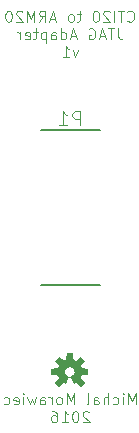
<source format=gbr>
%TF.GenerationSoftware,KiCad,Pcbnew,7.0.7-dirty*%
%TF.CreationDate,2023-09-27T11:30:23-05:00*%
%TF.ProjectId,BBB_JTAG_CTI20_SMT_ARM20_SMT,4242425f-4a54-4414-975f-43544932305f,rev?*%
%TF.SameCoordinates,Original*%
%TF.FileFunction,Legend,Bot*%
%TF.FilePolarity,Positive*%
%FSLAX46Y46*%
G04 Gerber Fmt 4.6, Leading zero omitted, Abs format (unit mm)*
G04 Created by KiCad (PCBNEW 7.0.7-dirty) date 2023-09-27 11:30:23*
%MOMM*%
%LPD*%
G01*
G04 APERTURE LIST*
%ADD10C,0.081280*%
%ADD11C,0.101600*%
%ADD12C,0.127000*%
G04 APERTURE END LIST*
D10*
X153359998Y-89182872D02*
X153404509Y-89227383D01*
X153404509Y-89227383D02*
X153538040Y-89271893D01*
X153538040Y-89271893D02*
X153627061Y-89271893D01*
X153627061Y-89271893D02*
X153760593Y-89227383D01*
X153760593Y-89227383D02*
X153849614Y-89138362D01*
X153849614Y-89138362D02*
X153894124Y-89049341D01*
X153894124Y-89049341D02*
X153938635Y-88871299D01*
X153938635Y-88871299D02*
X153938635Y-88737767D01*
X153938635Y-88737767D02*
X153894124Y-88559725D01*
X153894124Y-88559725D02*
X153849614Y-88470704D01*
X153849614Y-88470704D02*
X153760593Y-88381683D01*
X153760593Y-88381683D02*
X153627061Y-88337173D01*
X153627061Y-88337173D02*
X153538040Y-88337173D01*
X153538040Y-88337173D02*
X153404509Y-88381683D01*
X153404509Y-88381683D02*
X153359998Y-88426194D01*
X153092936Y-88337173D02*
X152558810Y-88337173D01*
X152825873Y-89271893D02*
X152825873Y-88337173D01*
X152247236Y-89271893D02*
X152247236Y-88337173D01*
X151846642Y-88426194D02*
X151802131Y-88381683D01*
X151802131Y-88381683D02*
X151713110Y-88337173D01*
X151713110Y-88337173D02*
X151490558Y-88337173D01*
X151490558Y-88337173D02*
X151401537Y-88381683D01*
X151401537Y-88381683D02*
X151357026Y-88426194D01*
X151357026Y-88426194D02*
X151312516Y-88515215D01*
X151312516Y-88515215D02*
X151312516Y-88604236D01*
X151312516Y-88604236D02*
X151357026Y-88737767D01*
X151357026Y-88737767D02*
X151891152Y-89271893D01*
X151891152Y-89271893D02*
X151312516Y-89271893D01*
X150733879Y-88337173D02*
X150644858Y-88337173D01*
X150644858Y-88337173D02*
X150555837Y-88381683D01*
X150555837Y-88381683D02*
X150511327Y-88426194D01*
X150511327Y-88426194D02*
X150466816Y-88515215D01*
X150466816Y-88515215D02*
X150422306Y-88693257D01*
X150422306Y-88693257D02*
X150422306Y-88915809D01*
X150422306Y-88915809D02*
X150466816Y-89093851D01*
X150466816Y-89093851D02*
X150511327Y-89182872D01*
X150511327Y-89182872D02*
X150555837Y-89227383D01*
X150555837Y-89227383D02*
X150644858Y-89271893D01*
X150644858Y-89271893D02*
X150733879Y-89271893D01*
X150733879Y-89271893D02*
X150822900Y-89227383D01*
X150822900Y-89227383D02*
X150867411Y-89182872D01*
X150867411Y-89182872D02*
X150911921Y-89093851D01*
X150911921Y-89093851D02*
X150956432Y-88915809D01*
X150956432Y-88915809D02*
X150956432Y-88693257D01*
X150956432Y-88693257D02*
X150911921Y-88515215D01*
X150911921Y-88515215D02*
X150867411Y-88426194D01*
X150867411Y-88426194D02*
X150822900Y-88381683D01*
X150822900Y-88381683D02*
X150733879Y-88337173D01*
X149443075Y-88648746D02*
X149086991Y-88648746D01*
X149309543Y-88337173D02*
X149309543Y-89138362D01*
X149309543Y-89138362D02*
X149265033Y-89227383D01*
X149265033Y-89227383D02*
X149176012Y-89271893D01*
X149176012Y-89271893D02*
X149086991Y-89271893D01*
X148641886Y-89271893D02*
X148730907Y-89227383D01*
X148730907Y-89227383D02*
X148775417Y-89182872D01*
X148775417Y-89182872D02*
X148819928Y-89093851D01*
X148819928Y-89093851D02*
X148819928Y-88826788D01*
X148819928Y-88826788D02*
X148775417Y-88737767D01*
X148775417Y-88737767D02*
X148730907Y-88693257D01*
X148730907Y-88693257D02*
X148641886Y-88648746D01*
X148641886Y-88648746D02*
X148508354Y-88648746D01*
X148508354Y-88648746D02*
X148419333Y-88693257D01*
X148419333Y-88693257D02*
X148374823Y-88737767D01*
X148374823Y-88737767D02*
X148330312Y-88826788D01*
X148330312Y-88826788D02*
X148330312Y-89093851D01*
X148330312Y-89093851D02*
X148374823Y-89182872D01*
X148374823Y-89182872D02*
X148419333Y-89227383D01*
X148419333Y-89227383D02*
X148508354Y-89271893D01*
X148508354Y-89271893D02*
X148641886Y-89271893D01*
X147262061Y-89004830D02*
X146816956Y-89004830D01*
X147351082Y-89271893D02*
X147039508Y-88337173D01*
X147039508Y-88337173D02*
X146727935Y-89271893D01*
X145882235Y-89271893D02*
X146193809Y-88826788D01*
X146416361Y-89271893D02*
X146416361Y-88337173D01*
X146416361Y-88337173D02*
X146060277Y-88337173D01*
X146060277Y-88337173D02*
X145971256Y-88381683D01*
X145971256Y-88381683D02*
X145926746Y-88426194D01*
X145926746Y-88426194D02*
X145882235Y-88515215D01*
X145882235Y-88515215D02*
X145882235Y-88648746D01*
X145882235Y-88648746D02*
X145926746Y-88737767D01*
X145926746Y-88737767D02*
X145971256Y-88782278D01*
X145971256Y-88782278D02*
X146060277Y-88826788D01*
X146060277Y-88826788D02*
X146416361Y-88826788D01*
X145481641Y-89271893D02*
X145481641Y-88337173D01*
X145481641Y-88337173D02*
X145170068Y-89004830D01*
X145170068Y-89004830D02*
X144858494Y-88337173D01*
X144858494Y-88337173D02*
X144858494Y-89271893D01*
X144457901Y-88426194D02*
X144413390Y-88381683D01*
X144413390Y-88381683D02*
X144324369Y-88337173D01*
X144324369Y-88337173D02*
X144101817Y-88337173D01*
X144101817Y-88337173D02*
X144012796Y-88381683D01*
X144012796Y-88381683D02*
X143968285Y-88426194D01*
X143968285Y-88426194D02*
X143923775Y-88515215D01*
X143923775Y-88515215D02*
X143923775Y-88604236D01*
X143923775Y-88604236D02*
X143968285Y-88737767D01*
X143968285Y-88737767D02*
X144502411Y-89271893D01*
X144502411Y-89271893D02*
X143923775Y-89271893D01*
X143345138Y-88337173D02*
X143256117Y-88337173D01*
X143256117Y-88337173D02*
X143167096Y-88381683D01*
X143167096Y-88381683D02*
X143122586Y-88426194D01*
X143122586Y-88426194D02*
X143078075Y-88515215D01*
X143078075Y-88515215D02*
X143033565Y-88693257D01*
X143033565Y-88693257D02*
X143033565Y-88915809D01*
X143033565Y-88915809D02*
X143078075Y-89093851D01*
X143078075Y-89093851D02*
X143122586Y-89182872D01*
X143122586Y-89182872D02*
X143167096Y-89227383D01*
X143167096Y-89227383D02*
X143256117Y-89271893D01*
X143256117Y-89271893D02*
X143345138Y-89271893D01*
X143345138Y-89271893D02*
X143434159Y-89227383D01*
X143434159Y-89227383D02*
X143478670Y-89182872D01*
X143478670Y-89182872D02*
X143523180Y-89093851D01*
X143523180Y-89093851D02*
X143567691Y-88915809D01*
X143567691Y-88915809D02*
X143567691Y-88693257D01*
X143567691Y-88693257D02*
X143523180Y-88515215D01*
X143523180Y-88515215D02*
X143478670Y-88426194D01*
X143478670Y-88426194D02*
X143434159Y-88381683D01*
X143434159Y-88381683D02*
X143345138Y-88337173D01*
X152558809Y-89842072D02*
X152558809Y-90509729D01*
X152558809Y-90509729D02*
X152603320Y-90643261D01*
X152603320Y-90643261D02*
X152692341Y-90732282D01*
X152692341Y-90732282D02*
X152825872Y-90776792D01*
X152825872Y-90776792D02*
X152914893Y-90776792D01*
X152247236Y-89842072D02*
X151713110Y-89842072D01*
X151980173Y-90776792D02*
X151980173Y-89842072D01*
X151446047Y-90509729D02*
X151000942Y-90509729D01*
X151535068Y-90776792D02*
X151223494Y-89842072D01*
X151223494Y-89842072D02*
X150911921Y-90776792D01*
X150110732Y-89886582D02*
X150199753Y-89842072D01*
X150199753Y-89842072D02*
X150333284Y-89842072D01*
X150333284Y-89842072D02*
X150466816Y-89886582D01*
X150466816Y-89886582D02*
X150555837Y-89975603D01*
X150555837Y-89975603D02*
X150600347Y-90064624D01*
X150600347Y-90064624D02*
X150644858Y-90242666D01*
X150644858Y-90242666D02*
X150644858Y-90376198D01*
X150644858Y-90376198D02*
X150600347Y-90554240D01*
X150600347Y-90554240D02*
X150555837Y-90643261D01*
X150555837Y-90643261D02*
X150466816Y-90732282D01*
X150466816Y-90732282D02*
X150333284Y-90776792D01*
X150333284Y-90776792D02*
X150244263Y-90776792D01*
X150244263Y-90776792D02*
X150110732Y-90732282D01*
X150110732Y-90732282D02*
X150066221Y-90687771D01*
X150066221Y-90687771D02*
X150066221Y-90376198D01*
X150066221Y-90376198D02*
X150244263Y-90376198D01*
X148997970Y-90509729D02*
X148552865Y-90509729D01*
X149086991Y-90776792D02*
X148775417Y-89842072D01*
X148775417Y-89842072D02*
X148463844Y-90776792D01*
X147751676Y-90776792D02*
X147751676Y-89842072D01*
X147751676Y-90732282D02*
X147840697Y-90776792D01*
X147840697Y-90776792D02*
X148018739Y-90776792D01*
X148018739Y-90776792D02*
X148107760Y-90732282D01*
X148107760Y-90732282D02*
X148152270Y-90687771D01*
X148152270Y-90687771D02*
X148196781Y-90598750D01*
X148196781Y-90598750D02*
X148196781Y-90331687D01*
X148196781Y-90331687D02*
X148152270Y-90242666D01*
X148152270Y-90242666D02*
X148107760Y-90198156D01*
X148107760Y-90198156D02*
X148018739Y-90153645D01*
X148018739Y-90153645D02*
X147840697Y-90153645D01*
X147840697Y-90153645D02*
X147751676Y-90198156D01*
X146905977Y-90776792D02*
X146905977Y-90287177D01*
X146905977Y-90287177D02*
X146950487Y-90198156D01*
X146950487Y-90198156D02*
X147039508Y-90153645D01*
X147039508Y-90153645D02*
X147217550Y-90153645D01*
X147217550Y-90153645D02*
X147306571Y-90198156D01*
X146905977Y-90732282D02*
X146994998Y-90776792D01*
X146994998Y-90776792D02*
X147217550Y-90776792D01*
X147217550Y-90776792D02*
X147306571Y-90732282D01*
X147306571Y-90732282D02*
X147351082Y-90643261D01*
X147351082Y-90643261D02*
X147351082Y-90554240D01*
X147351082Y-90554240D02*
X147306571Y-90465219D01*
X147306571Y-90465219D02*
X147217550Y-90420708D01*
X147217550Y-90420708D02*
X146994998Y-90420708D01*
X146994998Y-90420708D02*
X146905977Y-90376198D01*
X146460872Y-90153645D02*
X146460872Y-91088365D01*
X146460872Y-90198156D02*
X146371851Y-90153645D01*
X146371851Y-90153645D02*
X146193809Y-90153645D01*
X146193809Y-90153645D02*
X146104788Y-90198156D01*
X146104788Y-90198156D02*
X146060278Y-90242666D01*
X146060278Y-90242666D02*
X146015767Y-90331687D01*
X146015767Y-90331687D02*
X146015767Y-90598750D01*
X146015767Y-90598750D02*
X146060278Y-90687771D01*
X146060278Y-90687771D02*
X146104788Y-90732282D01*
X146104788Y-90732282D02*
X146193809Y-90776792D01*
X146193809Y-90776792D02*
X146371851Y-90776792D01*
X146371851Y-90776792D02*
X146460872Y-90732282D01*
X145748705Y-90153645D02*
X145392621Y-90153645D01*
X145615173Y-89842072D02*
X145615173Y-90643261D01*
X145615173Y-90643261D02*
X145570663Y-90732282D01*
X145570663Y-90732282D02*
X145481642Y-90776792D01*
X145481642Y-90776792D02*
X145392621Y-90776792D01*
X144724963Y-90732282D02*
X144813984Y-90776792D01*
X144813984Y-90776792D02*
X144992026Y-90776792D01*
X144992026Y-90776792D02*
X145081047Y-90732282D01*
X145081047Y-90732282D02*
X145125558Y-90643261D01*
X145125558Y-90643261D02*
X145125558Y-90287177D01*
X145125558Y-90287177D02*
X145081047Y-90198156D01*
X145081047Y-90198156D02*
X144992026Y-90153645D01*
X144992026Y-90153645D02*
X144813984Y-90153645D01*
X144813984Y-90153645D02*
X144724963Y-90198156D01*
X144724963Y-90198156D02*
X144680453Y-90287177D01*
X144680453Y-90287177D02*
X144680453Y-90376198D01*
X144680453Y-90376198D02*
X145125558Y-90465219D01*
X144279858Y-90776792D02*
X144279858Y-90153645D01*
X144279858Y-90331687D02*
X144235348Y-90242666D01*
X144235348Y-90242666D02*
X144190837Y-90198156D01*
X144190837Y-90198156D02*
X144101816Y-90153645D01*
X144101816Y-90153645D02*
X144012795Y-90153645D01*
X149153757Y-91658544D02*
X148931205Y-92281691D01*
X148931205Y-92281691D02*
X148708652Y-91658544D01*
X147862953Y-92281691D02*
X148397079Y-92281691D01*
X148130016Y-92281691D02*
X148130016Y-91346971D01*
X148130016Y-91346971D02*
X148219037Y-91480502D01*
X148219037Y-91480502D02*
X148308058Y-91569523D01*
X148308058Y-91569523D02*
X148397079Y-91614034D01*
X154064909Y-121679343D02*
X154064909Y-120744623D01*
X154064909Y-120744623D02*
X153753336Y-121412280D01*
X153753336Y-121412280D02*
X153441762Y-120744623D01*
X153441762Y-120744623D02*
X153441762Y-121679343D01*
X152996658Y-121679343D02*
X152996658Y-121056196D01*
X152996658Y-120744623D02*
X153041169Y-120789133D01*
X153041169Y-120789133D02*
X152996658Y-120833644D01*
X152996658Y-120833644D02*
X152952148Y-120789133D01*
X152952148Y-120789133D02*
X152996658Y-120744623D01*
X152996658Y-120744623D02*
X152996658Y-120833644D01*
X152150959Y-121634833D02*
X152239980Y-121679343D01*
X152239980Y-121679343D02*
X152418022Y-121679343D01*
X152418022Y-121679343D02*
X152507043Y-121634833D01*
X152507043Y-121634833D02*
X152551553Y-121590322D01*
X152551553Y-121590322D02*
X152596064Y-121501301D01*
X152596064Y-121501301D02*
X152596064Y-121234238D01*
X152596064Y-121234238D02*
X152551553Y-121145217D01*
X152551553Y-121145217D02*
X152507043Y-121100707D01*
X152507043Y-121100707D02*
X152418022Y-121056196D01*
X152418022Y-121056196D02*
X152239980Y-121056196D01*
X152239980Y-121056196D02*
X152150959Y-121100707D01*
X151750364Y-121679343D02*
X151750364Y-120744623D01*
X151349770Y-121679343D02*
X151349770Y-121189728D01*
X151349770Y-121189728D02*
X151394280Y-121100707D01*
X151394280Y-121100707D02*
X151483301Y-121056196D01*
X151483301Y-121056196D02*
X151616833Y-121056196D01*
X151616833Y-121056196D02*
X151705854Y-121100707D01*
X151705854Y-121100707D02*
X151750364Y-121145217D01*
X150504071Y-121679343D02*
X150504071Y-121189728D01*
X150504071Y-121189728D02*
X150548581Y-121100707D01*
X150548581Y-121100707D02*
X150637602Y-121056196D01*
X150637602Y-121056196D02*
X150815644Y-121056196D01*
X150815644Y-121056196D02*
X150904665Y-121100707D01*
X150504071Y-121634833D02*
X150593092Y-121679343D01*
X150593092Y-121679343D02*
X150815644Y-121679343D01*
X150815644Y-121679343D02*
X150904665Y-121634833D01*
X150904665Y-121634833D02*
X150949176Y-121545812D01*
X150949176Y-121545812D02*
X150949176Y-121456791D01*
X150949176Y-121456791D02*
X150904665Y-121367770D01*
X150904665Y-121367770D02*
X150815644Y-121323259D01*
X150815644Y-121323259D02*
X150593092Y-121323259D01*
X150593092Y-121323259D02*
X150504071Y-121278749D01*
X149925435Y-121679343D02*
X150014456Y-121634833D01*
X150014456Y-121634833D02*
X150058966Y-121545812D01*
X150058966Y-121545812D02*
X150058966Y-120744623D01*
X148857183Y-121679343D02*
X148857183Y-120744623D01*
X148857183Y-120744623D02*
X148545610Y-121412280D01*
X148545610Y-121412280D02*
X148234036Y-120744623D01*
X148234036Y-120744623D02*
X148234036Y-121679343D01*
X147655401Y-121679343D02*
X147744422Y-121634833D01*
X147744422Y-121634833D02*
X147788932Y-121590322D01*
X147788932Y-121590322D02*
X147833443Y-121501301D01*
X147833443Y-121501301D02*
X147833443Y-121234238D01*
X147833443Y-121234238D02*
X147788932Y-121145217D01*
X147788932Y-121145217D02*
X147744422Y-121100707D01*
X147744422Y-121100707D02*
X147655401Y-121056196D01*
X147655401Y-121056196D02*
X147521869Y-121056196D01*
X147521869Y-121056196D02*
X147432848Y-121100707D01*
X147432848Y-121100707D02*
X147388338Y-121145217D01*
X147388338Y-121145217D02*
X147343827Y-121234238D01*
X147343827Y-121234238D02*
X147343827Y-121501301D01*
X147343827Y-121501301D02*
X147388338Y-121590322D01*
X147388338Y-121590322D02*
X147432848Y-121634833D01*
X147432848Y-121634833D02*
X147521869Y-121679343D01*
X147521869Y-121679343D02*
X147655401Y-121679343D01*
X146943233Y-121679343D02*
X146943233Y-121056196D01*
X146943233Y-121234238D02*
X146898723Y-121145217D01*
X146898723Y-121145217D02*
X146854212Y-121100707D01*
X146854212Y-121100707D02*
X146765191Y-121056196D01*
X146765191Y-121056196D02*
X146676170Y-121056196D01*
X145964003Y-121679343D02*
X145964003Y-121189728D01*
X145964003Y-121189728D02*
X146008513Y-121100707D01*
X146008513Y-121100707D02*
X146097534Y-121056196D01*
X146097534Y-121056196D02*
X146275576Y-121056196D01*
X146275576Y-121056196D02*
X146364597Y-121100707D01*
X145964003Y-121634833D02*
X146053024Y-121679343D01*
X146053024Y-121679343D02*
X146275576Y-121679343D01*
X146275576Y-121679343D02*
X146364597Y-121634833D01*
X146364597Y-121634833D02*
X146409108Y-121545812D01*
X146409108Y-121545812D02*
X146409108Y-121456791D01*
X146409108Y-121456791D02*
X146364597Y-121367770D01*
X146364597Y-121367770D02*
X146275576Y-121323259D01*
X146275576Y-121323259D02*
X146053024Y-121323259D01*
X146053024Y-121323259D02*
X145964003Y-121278749D01*
X145607919Y-121056196D02*
X145429877Y-121679343D01*
X145429877Y-121679343D02*
X145251835Y-121234238D01*
X145251835Y-121234238D02*
X145073793Y-121679343D01*
X145073793Y-121679343D02*
X144895751Y-121056196D01*
X144539668Y-121679343D02*
X144539668Y-121056196D01*
X144539668Y-120744623D02*
X144584179Y-120789133D01*
X144584179Y-120789133D02*
X144539668Y-120833644D01*
X144539668Y-120833644D02*
X144495158Y-120789133D01*
X144495158Y-120789133D02*
X144539668Y-120744623D01*
X144539668Y-120744623D02*
X144539668Y-120833644D01*
X143738479Y-121634833D02*
X143827500Y-121679343D01*
X143827500Y-121679343D02*
X144005542Y-121679343D01*
X144005542Y-121679343D02*
X144094563Y-121634833D01*
X144094563Y-121634833D02*
X144139074Y-121545812D01*
X144139074Y-121545812D02*
X144139074Y-121189728D01*
X144139074Y-121189728D02*
X144094563Y-121100707D01*
X144094563Y-121100707D02*
X144005542Y-121056196D01*
X144005542Y-121056196D02*
X143827500Y-121056196D01*
X143827500Y-121056196D02*
X143738479Y-121100707D01*
X143738479Y-121100707D02*
X143693969Y-121189728D01*
X143693969Y-121189728D02*
X143693969Y-121278749D01*
X143693969Y-121278749D02*
X144139074Y-121367770D01*
X142892780Y-121634833D02*
X142981801Y-121679343D01*
X142981801Y-121679343D02*
X143159843Y-121679343D01*
X143159843Y-121679343D02*
X143248864Y-121634833D01*
X143248864Y-121634833D02*
X143293374Y-121590322D01*
X143293374Y-121590322D02*
X143337885Y-121501301D01*
X143337885Y-121501301D02*
X143337885Y-121234238D01*
X143337885Y-121234238D02*
X143293374Y-121145217D01*
X143293374Y-121145217D02*
X143248864Y-121100707D01*
X143248864Y-121100707D02*
X143159843Y-121056196D01*
X143159843Y-121056196D02*
X142981801Y-121056196D01*
X142981801Y-121056196D02*
X142892780Y-121100707D01*
X150103478Y-122338543D02*
X150058967Y-122294032D01*
X150058967Y-122294032D02*
X149969946Y-122249522D01*
X149969946Y-122249522D02*
X149747394Y-122249522D01*
X149747394Y-122249522D02*
X149658373Y-122294032D01*
X149658373Y-122294032D02*
X149613862Y-122338543D01*
X149613862Y-122338543D02*
X149569352Y-122427564D01*
X149569352Y-122427564D02*
X149569352Y-122516585D01*
X149569352Y-122516585D02*
X149613862Y-122650116D01*
X149613862Y-122650116D02*
X150147988Y-123184242D01*
X150147988Y-123184242D02*
X149569352Y-123184242D01*
X148990715Y-122249522D02*
X148901694Y-122249522D01*
X148901694Y-122249522D02*
X148812673Y-122294032D01*
X148812673Y-122294032D02*
X148768163Y-122338543D01*
X148768163Y-122338543D02*
X148723652Y-122427564D01*
X148723652Y-122427564D02*
X148679142Y-122605606D01*
X148679142Y-122605606D02*
X148679142Y-122828158D01*
X148679142Y-122828158D02*
X148723652Y-123006200D01*
X148723652Y-123006200D02*
X148768163Y-123095221D01*
X148768163Y-123095221D02*
X148812673Y-123139732D01*
X148812673Y-123139732D02*
X148901694Y-123184242D01*
X148901694Y-123184242D02*
X148990715Y-123184242D01*
X148990715Y-123184242D02*
X149079736Y-123139732D01*
X149079736Y-123139732D02*
X149124247Y-123095221D01*
X149124247Y-123095221D02*
X149168757Y-123006200D01*
X149168757Y-123006200D02*
X149213268Y-122828158D01*
X149213268Y-122828158D02*
X149213268Y-122605606D01*
X149213268Y-122605606D02*
X149168757Y-122427564D01*
X149168757Y-122427564D02*
X149124247Y-122338543D01*
X149124247Y-122338543D02*
X149079736Y-122294032D01*
X149079736Y-122294032D02*
X148990715Y-122249522D01*
X147788932Y-123184242D02*
X148323058Y-123184242D01*
X148055995Y-123184242D02*
X148055995Y-122249522D01*
X148055995Y-122249522D02*
X148145016Y-122383053D01*
X148145016Y-122383053D02*
X148234037Y-122472074D01*
X148234037Y-122472074D02*
X148323058Y-122516585D01*
X146987743Y-122249522D02*
X147165785Y-122249522D01*
X147165785Y-122249522D02*
X147254806Y-122294032D01*
X147254806Y-122294032D02*
X147299316Y-122338543D01*
X147299316Y-122338543D02*
X147388337Y-122472074D01*
X147388337Y-122472074D02*
X147432848Y-122650116D01*
X147432848Y-122650116D02*
X147432848Y-123006200D01*
X147432848Y-123006200D02*
X147388337Y-123095221D01*
X147388337Y-123095221D02*
X147343827Y-123139732D01*
X147343827Y-123139732D02*
X147254806Y-123184242D01*
X147254806Y-123184242D02*
X147076764Y-123184242D01*
X147076764Y-123184242D02*
X146987743Y-123139732D01*
X146987743Y-123139732D02*
X146943232Y-123095221D01*
X146943232Y-123095221D02*
X146898722Y-123006200D01*
X146898722Y-123006200D02*
X146898722Y-122783648D01*
X146898722Y-122783648D02*
X146943232Y-122694627D01*
X146943232Y-122694627D02*
X146987743Y-122650116D01*
X146987743Y-122650116D02*
X147076764Y-122605606D01*
X147076764Y-122605606D02*
X147254806Y-122605606D01*
X147254806Y-122605606D02*
X147343827Y-122650116D01*
X147343827Y-122650116D02*
X147388337Y-122694627D01*
X147388337Y-122694627D02*
X147432848Y-122783648D01*
D11*
X149363490Y-98038840D02*
X149363490Y-96870440D01*
X149363490Y-96870440D02*
X148918385Y-96870440D01*
X148918385Y-96870440D02*
X148807109Y-96926078D01*
X148807109Y-96926078D02*
X148751471Y-96981716D01*
X148751471Y-96981716D02*
X148695833Y-97092992D01*
X148695833Y-97092992D02*
X148695833Y-97259906D01*
X148695833Y-97259906D02*
X148751471Y-97371182D01*
X148751471Y-97371182D02*
X148807109Y-97426821D01*
X148807109Y-97426821D02*
X148918385Y-97482459D01*
X148918385Y-97482459D02*
X149363490Y-97482459D01*
X147583071Y-98038840D02*
X148250728Y-98038840D01*
X147916900Y-98038840D02*
X147916900Y-96870440D01*
X147916900Y-96870440D02*
X148028176Y-97037354D01*
X148028176Y-97037354D02*
X148139452Y-97148630D01*
X148139452Y-97148630D02*
X148250728Y-97204268D01*
D12*
%TO.C,P1*%
X146001100Y-111553600D02*
X151001100Y-111553600D01*
X151001100Y-98453600D02*
X146001100Y-98453600D01*
%TO.C,LOGO1*%
G36*
X148788184Y-117866555D02*
G01*
X149019923Y-117962566D01*
X149414720Y-117640654D01*
X149769046Y-117994980D01*
X149447134Y-118389777D01*
X149543145Y-118621516D01*
X150049900Y-118673039D01*
X150049900Y-119174161D01*
X149543145Y-119225684D01*
X149447134Y-119457423D01*
X149769046Y-119852220D01*
X149414720Y-120206546D01*
X149025021Y-119888792D01*
X148992697Y-119907177D01*
X148841432Y-119977332D01*
X148615390Y-119431700D01*
X148394423Y-119431700D01*
X148735412Y-119227372D01*
X148809022Y-119146164D01*
X148878275Y-118917834D01*
X148862913Y-118812031D01*
X148815689Y-118709639D01*
X148741333Y-118624876D01*
X148645967Y-118564719D01*
X148537441Y-118534120D01*
X148424694Y-118535602D01*
X148317013Y-118569040D01*
X148223259Y-118631683D01*
X148151153Y-118718372D01*
X148106636Y-118821967D01*
X148093372Y-118933939D01*
X148112451Y-119045067D01*
X148159838Y-119141199D01*
X148397421Y-119333673D01*
X148129499Y-119980394D01*
X147948923Y-119887369D01*
X147557480Y-120206546D01*
X147203154Y-119852220D01*
X147525066Y-119457423D01*
X147429055Y-119225684D01*
X146922300Y-119174161D01*
X146922300Y-118673039D01*
X147429055Y-118621516D01*
X147525066Y-118389777D01*
X147203154Y-117994980D01*
X147557480Y-117640654D01*
X147948924Y-117959832D01*
X148062630Y-117901256D01*
X148184454Y-117862250D01*
X148235539Y-117359800D01*
X148736661Y-117359800D01*
X148788184Y-117866555D01*
G37*
%TD*%
M02*

</source>
